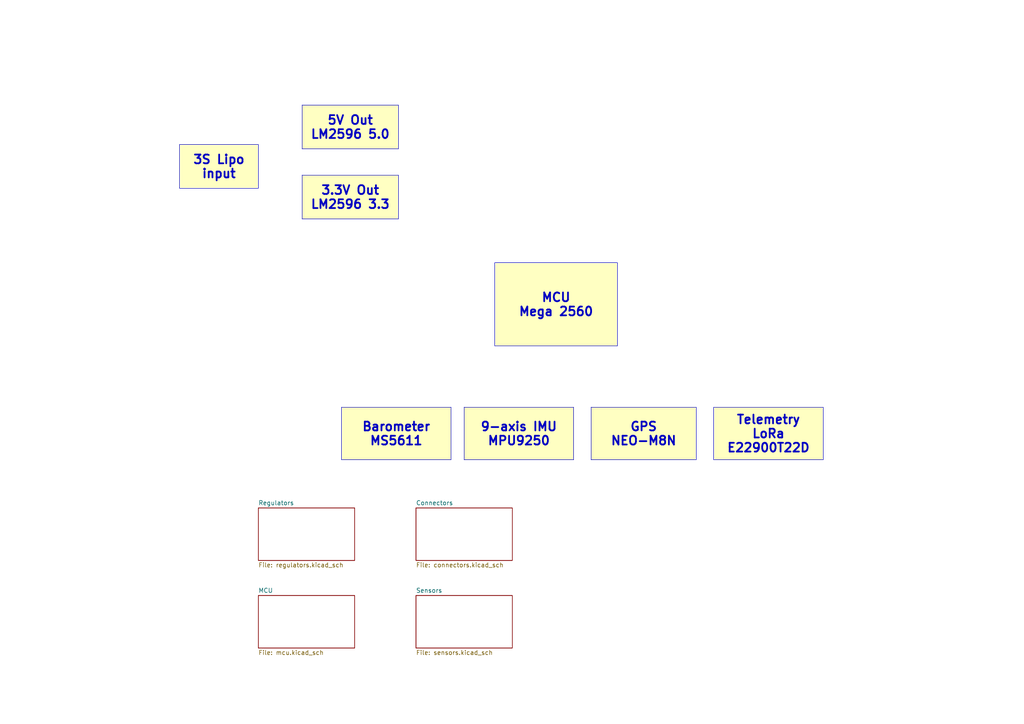
<source format=kicad_sch>
(kicad_sch
	(version 20250114)
	(generator "eeschema")
	(generator_version "9.0")
	(uuid "b5255720-3318-408e-b70c-920dbe8c4997")
	(paper "A4")
	(lib_symbols)
	(text_box "Telemetry\nLoRa E22900T22D"
		(exclude_from_sim no)
		(at 207.01 118.11 0)
		(size 31.75 15.24)
		(margins 0.9525 0.9525 0.9525 0.9525)
		(stroke
			(width 0)
			(type solid)
		)
		(fill
			(type color)
			(color 255 255 194 1)
		)
		(effects
			(font
				(size 2.54 2.54)
				(thickness 0.508)
				(bold yes)
			)
		)
		(uuid "00b2e116-621b-4460-bb3d-dc7987e9bcbc")
	)
	(text_box "Barometer\nMS5611\n"
		(exclude_from_sim no)
		(at 99.06 118.11 0)
		(size 31.75 15.24)
		(margins 0.9525 0.9525 0.9525 0.9525)
		(stroke
			(width 0)
			(type solid)
		)
		(fill
			(type color)
			(color 255 255 194 1)
		)
		(effects
			(font
				(size 2.54 2.54)
				(thickness 0.508)
				(bold yes)
			)
		)
		(uuid "0d905d35-5800-4373-b714-1c68e60288cf")
	)
	(text_box "GPS\nNEO-M8N"
		(exclude_from_sim no)
		(at 171.45 118.11 0)
		(size 30.48 15.24)
		(margins 0.9525 0.9525 0.9525 0.9525)
		(stroke
			(width 0)
			(type solid)
		)
		(fill
			(type color)
			(color 255 255 194 1)
		)
		(effects
			(font
				(size 2.54 2.54)
				(thickness 0.508)
				(bold yes)
			)
		)
		(uuid "18571eb5-c804-4092-9efc-b6c2f9e93a97")
	)
	(text_box "5V Out\nLM2596 5.0\n"
		(exclude_from_sim no)
		(at 87.63 30.48 0)
		(size 27.94 12.7)
		(margins 0.9525 0.9525 0.9525 0.9525)
		(stroke
			(width 0)
			(type solid)
		)
		(fill
			(type color)
			(color 255 255 194 1)
		)
		(effects
			(font
				(size 2.54 2.54)
				(thickness 0.508)
				(bold yes)
			)
		)
		(uuid "20eff78b-1acb-4d77-bfd6-f3d0d82665b1")
	)
	(text_box "9-axis IMU\nMPU9250\n"
		(exclude_from_sim no)
		(at 134.62 118.11 0)
		(size 31.75 15.24)
		(margins 0.9525 0.9525 0.9525 0.9525)
		(stroke
			(width 0)
			(type solid)
		)
		(fill
			(type color)
			(color 255 255 194 1)
		)
		(effects
			(font
				(size 2.54 2.54)
				(thickness 0.508)
				(bold yes)
			)
		)
		(uuid "90208ded-8901-46bb-960f-cb11b7fd448f")
	)
	(text_box "MCU\nMega 2560\n"
		(exclude_from_sim no)
		(at 143.51 76.2 0)
		(size 35.56 24.13)
		(margins 0.9525 0.9525 0.9525 0.9525)
		(stroke
			(width 0)
			(type solid)
		)
		(fill
			(type color)
			(color 255 255 194 1)
		)
		(effects
			(font
				(size 2.54 2.54)
				(thickness 0.508)
				(bold yes)
			)
		)
		(uuid "ba7ea76c-e9c3-4ed1-ad57-7794d93382df")
	)
	(text_box "3S Lipo input\n"
		(exclude_from_sim no)
		(at 52.07 41.91 0)
		(size 22.86 12.7)
		(margins 0.9525 0.9525 0.9525 0.9525)
		(stroke
			(width 0)
			(type solid)
		)
		(fill
			(type color)
			(color 255 255 194 1)
		)
		(effects
			(font
				(size 2.54 2.54)
				(thickness 0.508)
				(bold yes)
			)
		)
		(uuid "d635ea6e-ee30-49e5-adf1-e2747c20918f")
	)
	(text_box "3.3V Out\nLM2596 3.3\n"
		(exclude_from_sim no)
		(at 87.63 50.8 0)
		(size 27.94 12.7)
		(margins 0.9525 0.9525 0.9525 0.9525)
		(stroke
			(width 0)
			(type solid)
		)
		(fill
			(type color)
			(color 255 255 194 1)
		)
		(effects
			(font
				(size 2.54 2.54)
				(thickness 0.508)
				(bold yes)
			)
		)
		(uuid "ef637bc4-f971-4f30-9e2a-38c537bf089f")
	)
	(sheet
		(at 120.65 172.72)
		(size 27.94 15.24)
		(exclude_from_sim no)
		(in_bom yes)
		(on_board yes)
		(dnp no)
		(fields_autoplaced yes)
		(stroke
			(width 0.1524)
			(type solid)
		)
		(fill
			(color 0 0 0 0.0000)
		)
		(uuid "043a71f6-542d-4b7b-8095-67b75b787556")
		(property "Sheetname" "Sensors"
			(at 120.65 172.0084 0)
			(effects
				(font
					(size 1.27 1.27)
				)
				(justify left bottom)
			)
		)
		(property "Sheetfile" "sensors.kicad_sch"
			(at 120.65 188.5446 0)
			(effects
				(font
					(size 1.27 1.27)
				)
				(justify left top)
			)
		)
		(instances
			(project "UKB_Ballica"
				(path "/b5255720-3318-408e-b70c-920dbe8c4997"
					(page "4")
				)
			)
		)
	)
	(sheet
		(at 120.65 147.32)
		(size 27.94 15.24)
		(exclude_from_sim no)
		(in_bom yes)
		(on_board yes)
		(dnp no)
		(fields_autoplaced yes)
		(stroke
			(width 0.1524)
			(type solid)
		)
		(fill
			(color 0 0 0 0.0000)
		)
		(uuid "5552fe63-1857-4c3f-add3-98d852cb57e6")
		(property "Sheetname" "Connectors"
			(at 120.65 146.6084 0)
			(effects
				(font
					(size 1.27 1.27)
				)
				(justify left bottom)
			)
		)
		(property "Sheetfile" "connectors.kicad_sch"
			(at 120.65 163.1446 0)
			(effects
				(font
					(size 1.27 1.27)
				)
				(justify left top)
			)
		)
		(instances
			(project "UKB_Ballica"
				(path "/b5255720-3318-408e-b70c-920dbe8c4997"
					(page "5")
				)
			)
		)
	)
	(sheet
		(at 74.93 147.32)
		(size 27.94 15.24)
		(exclude_from_sim no)
		(in_bom yes)
		(on_board yes)
		(dnp no)
		(fields_autoplaced yes)
		(stroke
			(width 0.1524)
			(type solid)
		)
		(fill
			(color 0 0 0 0.0000)
		)
		(uuid "a1e85fe8-40bb-408d-87ad-7b496c7554f6")
		(property "Sheetname" "Regulators"
			(at 74.93 146.6084 0)
			(effects
				(font
					(size 1.27 1.27)
				)
				(justify left bottom)
			)
		)
		(property "Sheetfile" "regulators.kicad_sch"
			(at 74.93 163.1446 0)
			(effects
				(font
					(size 1.27 1.27)
				)
				(justify left top)
			)
		)
		(instances
			(project "UKB_Ballica"
				(path "/b5255720-3318-408e-b70c-920dbe8c4997"
					(page "2")
				)
			)
		)
	)
	(sheet
		(at 74.93 172.72)
		(size 27.94 15.24)
		(exclude_from_sim no)
		(in_bom yes)
		(on_board yes)
		(dnp no)
		(fields_autoplaced yes)
		(stroke
			(width 0.1524)
			(type solid)
		)
		(fill
			(color 0 0 0 0.0000)
		)
		(uuid "eb7f5d0e-8456-49ef-a306-971deb664f68")
		(property "Sheetname" "MCU"
			(at 74.93 172.0084 0)
			(effects
				(font
					(size 1.27 1.27)
				)
				(justify left bottom)
			)
		)
		(property "Sheetfile" "mcu.kicad_sch"
			(at 74.93 188.5446 0)
			(effects
				(font
					(size 1.27 1.27)
				)
				(justify left top)
			)
		)
		(instances
			(project "UKB_Ballica"
				(path "/b5255720-3318-408e-b70c-920dbe8c4997"
					(page "3")
				)
			)
		)
	)
	(sheet_instances
		(path "/"
			(page "1")
		)
	)
	(embedded_fonts no)
)

</source>
